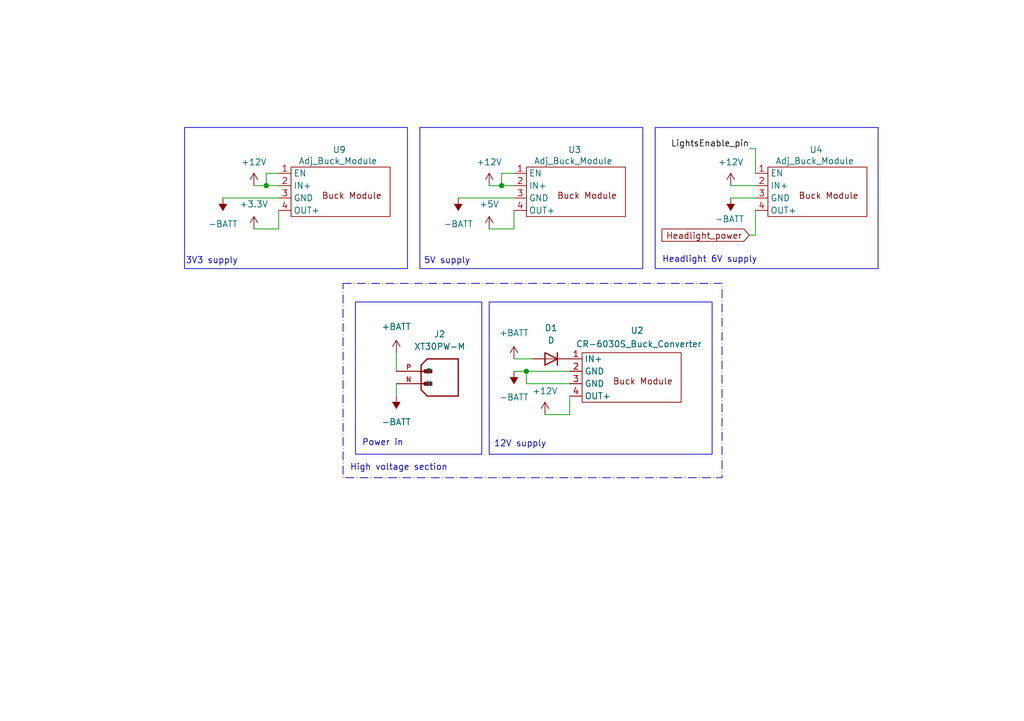
<source format=kicad_sch>
(kicad_sch (version 20231120) (generator "eeschema") (generator_version "8.0")
  (paper "A5")
  (lib_symbols
    (symbol "Aliexpress_Modules:Adj_Buck_Module"
      (property "Reference" "U" (at 1.016 8.636 0))
      (property "Value" "Adj_Buck_Module" (at 2.032 6.858 0))
      (symbol "Adj_Buck_Module_0_1"
        (rectangle (start -8.89 5.08) (end 11.43 -5.08))
      )
      (symbol "Adj_Buck_Module_1_1"
        (text "Buck Module" (at 3.556 -0.762 0) (effects (font (size 1.27 1.27))))
        (pin input line (at -11.43 3.81 0) (length 2.54) (name "EN") (number "1"))
        (pin power_in line (at -11.43 1.27 0) (length 2.54) (name "IN+") (number "2"))
        (pin power_out line (at -11.43 -1.27 0) (length 2.54) (name "GND") (number "3"))
        (pin power_out line (at -11.43 -3.81 0) (length 2.54) (name "OUT+") (number "4"))
      )
    )
    (symbol "Aliexpress_Modules:CR-6030S_Buck_Converter"
      (property "Reference" "U" (at 1.016 8.636 0))
      (property "Value" "CR-6030S_Buck_Converter" (at 2.032 6.858 0))
      (symbol "CR-6030S_Buck_Converter_0_1"
        (rectangle (start -8.89 5.08) (end 11.43 -5.08))
      )
      (symbol "CR-6030S_Buck_Converter_1_1"
        (text "Buck Module" (at 3.556 -0.762 0) (effects (font (size 1.27 1.27))))
        (pin power_in line (at -11.43 3.81 0) (length 2.54) (name "IN+") (number "1"))
        (pin power_in line (at -11.43 1.27 0) (length 2.54) (name "GND") (number "2"))
        (pin power_out line (at -11.43 -1.27 0) (length 2.54) (name "GND") (number "3"))
        (pin power_out line (at -11.43 -3.81 0) (length 2.54) (name "OUT+") (number "4"))
      )
    )
    (symbol "Device:D" (pin_numbers hide) (pin_names (offset 1.016) hide)
      (property "Reference" "D" (at 0 2.54 0))
      (property "Value" "D" (at 0 -2.54 0))
      (symbol "D_0_1"
        (polyline (pts (xy -1.27 1.27) (xy -1.27 -1.27)) (stroke (width 0.254)))
        (polyline (pts (xy 1.27 0) (xy -1.27 0)))
        (polyline (pts (xy 1.27 1.27) (xy 1.27 -1.27) (xy -1.27 0) (xy 1.27 1.27)) (stroke (width 0.254)))
      )
      (symbol "D_1_1"
        (pin passive line (at -3.81 0 0) (length 2.54) (name "K") (number "1"))
        (pin passive line (at 3.81 0 180) (length 2.54) (name "A") (number "2"))
      )
    )
    (symbol "XT30PW-M:XT30PW-M" (pin_names (offset 1.016))
      (property "Reference" "J" (at -7.62 3.302 0))
      (property "Value" "XT30PW-M" (at -7.62 -7.62 0))
      (symbol "XT30PW-M_0_0"
        (polyline (pts (xy -7.62 -5.08) (xy -7.62 2.54)) (stroke (width 0.254)))
        (polyline (pts (xy -7.62 2.54) (xy -1.27 2.54)) (stroke (width 0.254)))
        (polyline (pts (xy -1.27 -5.08) (xy -7.62 -5.08)) (stroke (width 0.254)))
        (polyline (pts (xy 0 -3.81) (xy -1.27 -5.08)) (stroke (width 0.254)))
        (polyline (pts (xy 0 -2.54) (xy -1.905 -2.54)) (stroke (width 0.254)))
        (polyline (pts (xy 0 0) (xy -1.905 0)) (stroke (width 0.254)))
        (polyline (pts (xy 0 0) (xy 0 -3.81)) (stroke (width 0.254)))
        (polyline (pts (xy 0 1.27) (xy -1.27 2.54)) (stroke (width 0.254)))
        (polyline (pts (xy 0 1.27) (xy 0 0)) (stroke (width 0.254)))
        (polyline (pts (xy -2.2352 -2.2352) (xy -0.635 -2.2352) (xy -0.635 -2.8702) (xy -2.2352 -2.8702) (xy -2.2352 -2.2352)) (fill (type outline)))
        (polyline (pts (xy -2.2352 0.3302) (xy -0.635 0.3302) (xy -0.635 -0.3302) (xy -2.2352 -0.3302) (xy -2.2352 0.3302)) (fill (type outline)))
        (pin power_in line (at 5.08 -2.54 180) (length 5.08) (name "N") (number "N"))
        (pin power_in line (at 5.08 0 180) (length 5.08) (name "P") (number "P"))
      )
    )
    (symbol "power:+12V" (power) (pin_names (offset 0))
      (property "Value" "+12V" (at 0 3.556 0))
      (symbol "+12V_0_1"
        (polyline (pts (xy -0.762 1.27) (xy 0 2.54)))
        (polyline (pts (xy 0 0) (xy 0 2.54)))
        (polyline (pts (xy 0 2.54) (xy 0.762 1.27)))
      )
      (symbol "+12V_1_1"
        (pin power_in line (at 0 0 90) (length 0) hide (name "+12V") (number "1"))
      )
    )
    (symbol "power:+3.3V" (power) (pin_numbers hide) (pin_names (offset 0) hide)
      (property "Value" "+3.3V" (at 0 3.556 0))
      (symbol "+3.3V_0_1"
        (polyline (pts (xy -0.762 1.27) (xy 0 2.54)))
        (polyline (pts (xy 0 0) (xy 0 2.54)))
        (polyline (pts (xy 0 2.54) (xy 0.762 1.27)))
      )
      (symbol "+3.3V_1_1"
        (pin power_in line (at 0 0 90) (length 0) (name "~") (number "1"))
      )
    )
    (symbol "power:+BATT" (power) (pin_names (offset 0))
      (property "Value" "+BATT" (at 0 3.556 0))
      (symbol "+BATT_0_1"
        (polyline (pts (xy -0.762 1.27) (xy 0 2.54)))
        (polyline (pts (xy 0 0) (xy 0 2.54)))
        (polyline (pts (xy 0 2.54) (xy 0.762 1.27)))
      )
      (symbol "+BATT_1_1"
        (pin power_in line (at 0 0 90) (length 0) hide (name "+BATT") (number "1"))
      )
    )
    (symbol "power:-BATT" (power) (pin_names (offset 0))
      (property "Value" "-BATT" (at 0 3.556 0))
      (symbol "-BATT_0_1"
        (polyline (pts (xy 0 0) (xy 0 2.54)))
        (polyline (pts (xy 0.762 1.27) (xy -0.762 1.27) (xy 0 2.54) (xy 0.762 1.27)) (fill (type outline)))
      )
      (symbol "-BATT_1_1"
        (pin power_in line (at 0 0 90) (length 0) hide (name "-BATT") (number "1"))
      )
    )
  )
  (junction (at 107.95 76.2))
  (junction (at 102.87 38.1))
  (junction (at 54.61 38.1))
  (wire (pts (xy 105.41 76.2) (xy 107.95 76.2)))
  (wire (pts (xy 149.86 38.1) (xy 154.94 38.1)))
  (wire (pts (xy 100.33 46.99) (xy 105.41 46.99)))
  (wire (pts (xy 57.15 46.99) (xy 57.15 43.18)))
  (wire (pts (xy 54.61 35.56) (xy 54.61 38.1)))
  (wire (pts (xy 45.72 40.64) (xy 57.15 40.64)))
  (wire (pts (xy 81.28 72.39) (xy 81.28 76.2)))
  (wire (pts (xy 105.41 73.66) (xy 109.22 73.66)))
  (wire (pts (xy 111.76 85.09) (xy 116.84 85.09)))
  (wire (pts (xy 81.28 78.74) (xy 81.28 81.28)))
  (wire (pts (xy 107.95 76.2) (xy 107.95 78.74)))
  (wire (pts (xy 52.07 46.99) (xy 57.15 46.99)))
  (wire (pts (xy 116.84 85.09) (xy 116.84 81.28)))
  (wire (pts (xy 105.41 46.99) (xy 105.41 43.18)))
  (wire (pts (xy 52.07 38.1) (xy 54.61 38.1)))
  (wire (pts (xy 107.95 78.74) (xy 116.84 78.74)))
  (wire (pts (xy 54.61 38.1) (xy 57.15 38.1)))
  (wire (pts (xy 154.94 48.26) (xy 154.94 43.18)))
  (wire (pts (xy 105.41 35.56) (xy 102.87 35.56)))
  (wire (pts (xy 100.33 38.1) (xy 102.87 38.1)))
  (wire (pts (xy 102.87 35.56) (xy 102.87 38.1)))
  (wire (pts (xy 149.86 40.64) (xy 154.94 40.64)))
  (wire (pts (xy 57.15 35.56) (xy 54.61 35.56)))
  (wire (pts (xy 153.67 30.48) (xy 154.94 30.48)))
  (wire (pts (xy 102.87 38.1) (xy 105.41 38.1)))
  (wire (pts (xy 154.94 30.48) (xy 154.94 35.56)))
  (wire (pts (xy 107.95 76.2) (xy 116.84 76.2)))
  (wire (pts (xy 153.67 48.26) (xy 154.94 48.26)))
  (wire (pts (xy 93.98 40.64) (xy 105.41 40.64)))
  (rectangle (start 37.846 26.162) (end 83.566 55.118))
  (rectangle (start 70.358 58.166) (end 148.082 98.044) (stroke (width 0) (type dash_dot)))
  (rectangle (start 86.106 26.162) (end 131.826 55.118))
  (rectangle (start 100.33 61.976) (end 146.05 93.218))
  (rectangle (start 134.366 26.162) (end 180.086 55.118))
  (rectangle (start 72.898 61.976) (end 98.806 93.218))
  (text "5V supply" (at 91.694 53.594 0) (effects (font (size 1.27 1.27))))
  (text "High voltage section" (at 81.788 96.012 0) (effects (font (size 1.27 1.27))))
  (text "Power in" (at 78.486 90.932 0) (effects (font (size 1.27 1.27))))
  (text "3V3 supply" (at 43.434 53.594 0) (effects (font (size 1.27 1.27))))
  (text "12V supply" (at 106.68 91.186 0) (effects (font (size 1.27 1.27))))
  (text "Headlight 6V supply" (at 145.542 53.34 0) (effects (font (size 1.27 1.27))))
  (label "LightsEnable_pin" (at 153.67 30.48 180))
  (global_label "Headlight_power" (shape input) (at 153.67 48.26 180) (property "Intersheetrefs" "${INTERSHEET_REFS}" (effects (hide yes))))
  (symbol (lib_id "power:-BATT") (at 81.28 81.28 180) (unit 1)
    (property "Reference" "#PWR07" (effects (hide yes)))
    (property "Value" "-BATT" (at 81.28 86.614 0))
  )
  (symbol (lib_id "power:+12V") (at 52.07 38.1 0) (unit 1)
    (property "Reference" "#PWR036" (effects (hide yes)))
    (property "Value" "+12V" (at 52.07 33.274 0))
  )
  (symbol (lib_id "power:-BATT") (at 149.86 40.64 180) (unit 1)
    (property "Reference" "#PWR011" (effects (hide yes)))
    (property "Value" "-BATT" (at 149.606 44.958 0))
  )
  (symbol (lib_id "power:+3.3V") (at 52.07 46.99 0) (unit 1)
    (property "Reference" "#PWR039" (effects (hide yes)))
    (property "Value" "+3.3V" (at 52.07 41.91 0))
    (property "Description" "Power symbol creates a global label with name \"+3.3V\"" (effects (hide yes)))
  )
  (symbol (lib_id "power:-BATT") (at 45.72 40.64 180) (unit 1)
    (property "Reference" "#PWR038" (effects (hide yes)))
    (property "Value" "-BATT" (at 45.72 45.974 0))
  )
  (symbol (lib_id "Device:D") (at 113.03 73.66 180) (unit 1)
    (property "Reference" "D1" (at 113.03 67.31 0))
    (property "Value" "D" (at 113.03 69.85 0))
    (property "Footprint" "Diode_THT:D_DO-41_SOD81_P10.16mm_Horizontal" (effects (hide yes)))
    (property "Description" "Diode" (effects (hide yes)))
    (property "Sim.Device" "D" (effects (hide yes)))
    (property "Sim.Pins" "1=K 2=A" (effects (hide yes)))
  )
  (symbol (lib_id "Aliexpress_Modules:Adj_Buck_Module") (at 116.84 39.37 0) (unit 1)
    (property "Reference" "U3" (at 117.856 30.734 0))
    (property "Value" "Adj_Buck_Module" (at 109.474 33.02 0) (effects (justify left)))
    (property "Footprint" "Aliexpress_Modules:Adj Buck Module" (effects (hide yes)))
  )
  (symbol (lib_id "Aliexpress_Modules:Adj_Buck_Module") (at 68.58 39.37 0) (unit 1)
    (property "Reference" "U9" (at 69.596 30.734 0))
    (property "Value" "Adj_Buck_Module" (at 61.214 33.02 0) (effects (justify left)))
    (property "Footprint" "Aliexpress_Modules:Adj Buck Module" (effects (hide yes)))
  )
  (symbol (lib_id "power:+12V") (at 100.33 38.1 0) (unit 1)
    (property "Reference" "#PWR01" (effects (hide yes)))
    (property "Value" "+12V" (at 100.33 33.274 0))
  )
  (symbol (lib_id "Aliexpress_Modules:CR-6030S_Buck_Converter") (at 128.27 77.47 0) (unit 1)
    (property "Reference" "U2" (at 129.286 67.818 0) (effects (justify left)))
    (property "Value" "CR-6030S_Buck_Converter" (at 118.11 70.612 0) (effects (justify left)))
    (property "Footprint" "Aliexpress_Modules:CR-6030S Buck Module" (effects (hide yes)))
  )
  (symbol (lib_id "Aliexpress_Modules:Adj_Buck_Module") (at 166.37 39.37 0) (unit 1)
    (property "Reference" "U4" (at 167.386 30.734 0))
    (property "Value" "Adj_Buck_Module" (at 159.004 33.02 0) (effects (justify left)))
    (property "Footprint" "Aliexpress_Modules:Adj Buck Module" (effects (hide yes)))
  )
  (symbol (lib_id "power:+12V") (at 111.76 85.09 0) (unit 1)
    (property "Reference" "#PWR020" (effects (hide yes)))
    (property "Value" "+12V" (at 111.76 80.264 0))
  )
  (symbol (lib_id "power:+BATT") (at 81.28 72.39 0) (unit 1)
    (property "Reference" "#PWR05" (effects (hide yes)))
    (property "Value" "+BATT" (at 81.28 67.056 0))
  )
  (symbol (lib_id "power:+BATT") (at 105.41 73.66 0) (unit 1)
    (property "Reference" "#PWR017" (effects (hide yes)))
    (property "Value" "+BATT" (at 105.41 68.326 0))
  )
  (symbol (lib_id "power:-BATT") (at 93.98 40.64 180) (unit 1)
    (property "Reference" "#PWR08" (effects (hide yes)))
    (property "Value" "-BATT" (at 93.98 45.974 0))
  )
  (symbol (lib_id "power:-BATT") (at 105.41 76.2 180) (unit 1)
    (property "Reference" "#PWR019" (effects (hide yes)))
    (property "Value" "-BATT" (at 105.41 81.534 0))
  )
  (symbol (lib_id "power:+12V") (at 149.86 38.1 0) (unit 1)
    (property "Reference" "#PWR010" (effects (hide yes)))
    (property "Value" "+12V" (at 149.86 33.274 0))
  )
  (symbol (lib_id "power:+12V") (at 100.33 46.99 0) (unit 1)
    (property "Reference" "#PWR09" (effects (hide yes)))
    (property "Value" "+5V" (at 100.33 41.91 0))
  )
  (symbol (lib_id "XT30PW-M:XT30PW-M") (at 86.36 76.2 0) (mirror y) (unit 1)
    (property "Reference" "J2" (at 90.17 68.58 0))
    (property "Value" "XT30PW-M" (at 90.17 71.12 0))
    (property "Footprint" "SnapEDA Library:AMASS_XT30PW-M" (effects (hide yes)))
    (property "PARTREV" "1.2" (effects (hide yes)))
    (property "STANDARD" "Manufacturer Recommendations" (effects (hide yes)))
    (property "SNAPEDA_PN" "XT30PW-M" (effects (hide yes)))
    (property "MAXIMUM_PACKAGE_HEIGHT" "5 mm" (effects (hide yes)))
    (property "MANUFACTURER" "Amass" (effects (hide yes)))
  )
)
</source>
